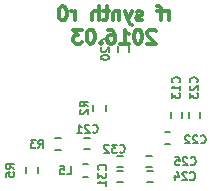
<source format=gbo>
G04 #@! TF.FileFunction,Legend,Bot*
%FSLAX46Y46*%
G04 Gerber Fmt 4.6, Leading zero omitted, Abs format (unit mm)*
G04 Created by KiCad (PCBNEW 4.0.2-stable) date Mon 07 Mar 2016 02:36:46 PM HST*
%MOMM*%
G01*
G04 APERTURE LIST*
%ADD10C,0.100000*%
%ADD11C,0.300000*%
%ADD12C,0.150000*%
G04 APERTURE END LIST*
D10*
D11*
X151457143Y-93302857D02*
X151457143Y-92502857D01*
X151457143Y-92731429D02*
X151400000Y-92617143D01*
X151342857Y-92560000D01*
X151228571Y-92502857D01*
X151114286Y-92502857D01*
X150885714Y-92502857D02*
X150428571Y-92502857D01*
X150714286Y-93302857D02*
X150714286Y-92274286D01*
X150657143Y-92160000D01*
X150542857Y-92102857D01*
X150428571Y-92102857D01*
X149171429Y-93245714D02*
X149057143Y-93302857D01*
X148828571Y-93302857D01*
X148714286Y-93245714D01*
X148657143Y-93131429D01*
X148657143Y-93074286D01*
X148714286Y-92960000D01*
X148828571Y-92902857D01*
X149000000Y-92902857D01*
X149114286Y-92845714D01*
X149171429Y-92731429D01*
X149171429Y-92674286D01*
X149114286Y-92560000D01*
X149000000Y-92502857D01*
X148828571Y-92502857D01*
X148714286Y-92560000D01*
X148257142Y-92502857D02*
X147971428Y-93302857D01*
X147685714Y-92502857D02*
X147971428Y-93302857D01*
X148085714Y-93588571D01*
X148142857Y-93645714D01*
X148257142Y-93702857D01*
X147228571Y-92502857D02*
X147228571Y-93302857D01*
X147228571Y-92617143D02*
X147171428Y-92560000D01*
X147057142Y-92502857D01*
X146885714Y-92502857D01*
X146771428Y-92560000D01*
X146714285Y-92674286D01*
X146714285Y-93302857D01*
X146314285Y-92502857D02*
X145857142Y-92502857D01*
X146142857Y-92102857D02*
X146142857Y-93131429D01*
X146085714Y-93245714D01*
X145971428Y-93302857D01*
X145857142Y-93302857D01*
X145457143Y-93302857D02*
X145457143Y-92102857D01*
X144942857Y-93302857D02*
X144942857Y-92674286D01*
X145000000Y-92560000D01*
X145114286Y-92502857D01*
X145285714Y-92502857D01*
X145400000Y-92560000D01*
X145457143Y-92617143D01*
X143457143Y-93302857D02*
X143457143Y-92502857D01*
X143457143Y-92731429D02*
X143400000Y-92617143D01*
X143342857Y-92560000D01*
X143228571Y-92502857D01*
X143114286Y-92502857D01*
X142485714Y-92102857D02*
X142371429Y-92102857D01*
X142257143Y-92160000D01*
X142200000Y-92217143D01*
X142142857Y-92331429D01*
X142085714Y-92560000D01*
X142085714Y-92845714D01*
X142142857Y-93074286D01*
X142200000Y-93188571D01*
X142257143Y-93245714D01*
X142371429Y-93302857D01*
X142485714Y-93302857D01*
X142600000Y-93245714D01*
X142657143Y-93188571D01*
X142714286Y-93074286D01*
X142771429Y-92845714D01*
X142771429Y-92560000D01*
X142714286Y-92331429D01*
X142657143Y-92217143D01*
X142600000Y-92160000D01*
X142485714Y-92102857D01*
X150285714Y-94197143D02*
X150228571Y-94140000D01*
X150114285Y-94082857D01*
X149828571Y-94082857D01*
X149714285Y-94140000D01*
X149657142Y-94197143D01*
X149599999Y-94311429D01*
X149599999Y-94425714D01*
X149657142Y-94597143D01*
X150342856Y-95282857D01*
X149599999Y-95282857D01*
X148857142Y-94082857D02*
X148742857Y-94082857D01*
X148628571Y-94140000D01*
X148571428Y-94197143D01*
X148514285Y-94311429D01*
X148457142Y-94540000D01*
X148457142Y-94825714D01*
X148514285Y-95054286D01*
X148571428Y-95168571D01*
X148628571Y-95225714D01*
X148742857Y-95282857D01*
X148857142Y-95282857D01*
X148971428Y-95225714D01*
X149028571Y-95168571D01*
X149085714Y-95054286D01*
X149142857Y-94825714D01*
X149142857Y-94540000D01*
X149085714Y-94311429D01*
X149028571Y-94197143D01*
X148971428Y-94140000D01*
X148857142Y-94082857D01*
X147314285Y-95282857D02*
X148000000Y-95282857D01*
X147657142Y-95282857D02*
X147657142Y-94082857D01*
X147771428Y-94254286D01*
X147885714Y-94368571D01*
X148000000Y-94425714D01*
X146285714Y-94082857D02*
X146514285Y-94082857D01*
X146628571Y-94140000D01*
X146685714Y-94197143D01*
X146800000Y-94368571D01*
X146857143Y-94597143D01*
X146857143Y-95054286D01*
X146800000Y-95168571D01*
X146742857Y-95225714D01*
X146628571Y-95282857D01*
X146400000Y-95282857D01*
X146285714Y-95225714D01*
X146228571Y-95168571D01*
X146171428Y-95054286D01*
X146171428Y-94768571D01*
X146228571Y-94654286D01*
X146285714Y-94597143D01*
X146400000Y-94540000D01*
X146628571Y-94540000D01*
X146742857Y-94597143D01*
X146800000Y-94654286D01*
X146857143Y-94768571D01*
X145657143Y-95168571D02*
X145600000Y-95225714D01*
X145657143Y-95282857D01*
X145714286Y-95225714D01*
X145657143Y-95168571D01*
X145657143Y-95282857D01*
X144857142Y-94082857D02*
X144742857Y-94082857D01*
X144628571Y-94140000D01*
X144571428Y-94197143D01*
X144514285Y-94311429D01*
X144457142Y-94540000D01*
X144457142Y-94825714D01*
X144514285Y-95054286D01*
X144571428Y-95168571D01*
X144628571Y-95225714D01*
X144742857Y-95282857D01*
X144857142Y-95282857D01*
X144971428Y-95225714D01*
X145028571Y-95168571D01*
X145085714Y-95054286D01*
X145142857Y-94825714D01*
X145142857Y-94540000D01*
X145085714Y-94311429D01*
X145028571Y-94197143D01*
X144971428Y-94140000D01*
X144857142Y-94082857D01*
X144057142Y-94082857D02*
X143314285Y-94082857D01*
X143714285Y-94540000D01*
X143542857Y-94540000D01*
X143428571Y-94597143D01*
X143371428Y-94654286D01*
X143314285Y-94768571D01*
X143314285Y-95054286D01*
X143371428Y-95168571D01*
X143428571Y-95225714D01*
X143542857Y-95282857D01*
X143885714Y-95282857D01*
X144000000Y-95225714D01*
X144057142Y-95168571D01*
D12*
X144250000Y-103275000D02*
X144750000Y-103275000D01*
X144750000Y-104225000D02*
X144250000Y-104225000D01*
X152525000Y-101050000D02*
X152525000Y-101550000D01*
X151575000Y-101550000D02*
X151575000Y-101050000D01*
X148025000Y-95500000D02*
X148025000Y-96000000D01*
X147075000Y-96000000D02*
X147075000Y-95500000D01*
X151550000Y-103725000D02*
X151050000Y-103725000D01*
X151050000Y-102775000D02*
X151550000Y-102775000D01*
X146075000Y-100450000D02*
X146075000Y-100950000D01*
X145025000Y-100950000D02*
X145025000Y-100450000D01*
X142250000Y-104275000D02*
X141750000Y-104275000D01*
X141750000Y-103225000D02*
X142250000Y-103225000D01*
X154025000Y-101050000D02*
X154025000Y-101550000D01*
X153075000Y-101550000D02*
X153075000Y-101050000D01*
X150100000Y-106975000D02*
X149600000Y-106975000D01*
X149600000Y-106025000D02*
X150100000Y-106025000D01*
X150000000Y-105725000D02*
X149500000Y-105725000D01*
X149500000Y-104775000D02*
X150000000Y-104775000D01*
X147000000Y-106025000D02*
X147500000Y-106025000D01*
X147500000Y-106975000D02*
X147000000Y-106975000D01*
X147000000Y-104775000D02*
X147500000Y-104775000D01*
X147500000Y-105725000D02*
X147000000Y-105725000D01*
X144600000Y-106525000D02*
X144100000Y-106525000D01*
X144100000Y-105475000D02*
X144600000Y-105475000D01*
X139275000Y-106250000D02*
X139275000Y-105750000D01*
X140325000Y-105750000D02*
X140325000Y-106250000D01*
X144950000Y-102750000D02*
X144983334Y-102783333D01*
X145083334Y-102816667D01*
X145150000Y-102816667D01*
X145250000Y-102783333D01*
X145316667Y-102716667D01*
X145350000Y-102650000D01*
X145383334Y-102516667D01*
X145383334Y-102416667D01*
X145350000Y-102283333D01*
X145316667Y-102216667D01*
X145250000Y-102150000D01*
X145150000Y-102116667D01*
X145083334Y-102116667D01*
X144983334Y-102150000D01*
X144950000Y-102183333D01*
X144683334Y-102183333D02*
X144650000Y-102150000D01*
X144583334Y-102116667D01*
X144416667Y-102116667D01*
X144350000Y-102150000D01*
X144316667Y-102183333D01*
X144283334Y-102250000D01*
X144283334Y-102316667D01*
X144316667Y-102416667D01*
X144716667Y-102816667D01*
X144283334Y-102816667D01*
X143616667Y-102816667D02*
X144016667Y-102816667D01*
X143816667Y-102816667D02*
X143816667Y-102116667D01*
X143883333Y-102216667D01*
X143950000Y-102283333D01*
X144016667Y-102316667D01*
X152300000Y-98550000D02*
X152333333Y-98516666D01*
X152366667Y-98416666D01*
X152366667Y-98350000D01*
X152333333Y-98250000D01*
X152266667Y-98183333D01*
X152200000Y-98150000D01*
X152066667Y-98116666D01*
X151966667Y-98116666D01*
X151833333Y-98150000D01*
X151766667Y-98183333D01*
X151700000Y-98250000D01*
X151666667Y-98350000D01*
X151666667Y-98416666D01*
X151700000Y-98516666D01*
X151733333Y-98550000D01*
X152366667Y-99216666D02*
X152366667Y-98816666D01*
X152366667Y-99016666D02*
X151666667Y-99016666D01*
X151766667Y-98950000D01*
X151833333Y-98883333D01*
X151866667Y-98816666D01*
X151666667Y-99450000D02*
X151666667Y-99883333D01*
X151933333Y-99650000D01*
X151933333Y-99750000D01*
X151966667Y-99816667D01*
X152000000Y-99850000D01*
X152066667Y-99883333D01*
X152233333Y-99883333D01*
X152300000Y-99850000D01*
X152333333Y-99816667D01*
X152366667Y-99750000D01*
X152366667Y-99550000D01*
X152333333Y-99483333D01*
X152300000Y-99450000D01*
X146300000Y-95300000D02*
X146333333Y-95266666D01*
X146366667Y-95166666D01*
X146366667Y-95100000D01*
X146333333Y-95000000D01*
X146266667Y-94933333D01*
X146200000Y-94900000D01*
X146066667Y-94866666D01*
X145966667Y-94866666D01*
X145833333Y-94900000D01*
X145766667Y-94933333D01*
X145700000Y-95000000D01*
X145666667Y-95100000D01*
X145666667Y-95166666D01*
X145700000Y-95266666D01*
X145733333Y-95300000D01*
X145733333Y-95566666D02*
X145700000Y-95600000D01*
X145666667Y-95666666D01*
X145666667Y-95833333D01*
X145700000Y-95900000D01*
X145733333Y-95933333D01*
X145800000Y-95966666D01*
X145866667Y-95966666D01*
X145966667Y-95933333D01*
X146366667Y-95533333D01*
X146366667Y-95966666D01*
X145666667Y-96400000D02*
X145666667Y-96466667D01*
X145700000Y-96533333D01*
X145733333Y-96566667D01*
X145800000Y-96600000D01*
X145933333Y-96633333D01*
X146100000Y-96633333D01*
X146233333Y-96600000D01*
X146300000Y-96566667D01*
X146333333Y-96533333D01*
X146366667Y-96466667D01*
X146366667Y-96400000D01*
X146333333Y-96333333D01*
X146300000Y-96300000D01*
X146233333Y-96266667D01*
X146100000Y-96233333D01*
X145933333Y-96233333D01*
X145800000Y-96266667D01*
X145733333Y-96300000D01*
X145700000Y-96333333D01*
X145666667Y-96400000D01*
X154100000Y-103650000D02*
X154133334Y-103683333D01*
X154233334Y-103716667D01*
X154300000Y-103716667D01*
X154400000Y-103683333D01*
X154466667Y-103616667D01*
X154500000Y-103550000D01*
X154533334Y-103416667D01*
X154533334Y-103316667D01*
X154500000Y-103183333D01*
X154466667Y-103116667D01*
X154400000Y-103050000D01*
X154300000Y-103016667D01*
X154233334Y-103016667D01*
X154133334Y-103050000D01*
X154100000Y-103083333D01*
X153833334Y-103083333D02*
X153800000Y-103050000D01*
X153733334Y-103016667D01*
X153566667Y-103016667D01*
X153500000Y-103050000D01*
X153466667Y-103083333D01*
X153433334Y-103150000D01*
X153433334Y-103216667D01*
X153466667Y-103316667D01*
X153866667Y-103716667D01*
X153433334Y-103716667D01*
X153166667Y-103083333D02*
X153133333Y-103050000D01*
X153066667Y-103016667D01*
X152900000Y-103016667D01*
X152833333Y-103050000D01*
X152800000Y-103083333D01*
X152766667Y-103150000D01*
X152766667Y-103216667D01*
X152800000Y-103316667D01*
X153200000Y-103716667D01*
X152766667Y-103716667D01*
X144566667Y-100583334D02*
X144233333Y-100350000D01*
X144566667Y-100183334D02*
X143866667Y-100183334D01*
X143866667Y-100450000D01*
X143900000Y-100516667D01*
X143933333Y-100550000D01*
X144000000Y-100583334D01*
X144100000Y-100583334D01*
X144166667Y-100550000D01*
X144200000Y-100516667D01*
X144233333Y-100450000D01*
X144233333Y-100183334D01*
X143933333Y-100850000D02*
X143900000Y-100883334D01*
X143866667Y-100950000D01*
X143866667Y-101116667D01*
X143900000Y-101183334D01*
X143933333Y-101216667D01*
X144000000Y-101250000D01*
X144066667Y-101250000D01*
X144166667Y-101216667D01*
X144566667Y-100816667D01*
X144566667Y-101250000D01*
X140366666Y-104116667D02*
X140600000Y-103783333D01*
X140766666Y-104116667D02*
X140766666Y-103416667D01*
X140500000Y-103416667D01*
X140433333Y-103450000D01*
X140400000Y-103483333D01*
X140366666Y-103550000D01*
X140366666Y-103650000D01*
X140400000Y-103716667D01*
X140433333Y-103750000D01*
X140500000Y-103783333D01*
X140766666Y-103783333D01*
X140133333Y-103416667D02*
X139700000Y-103416667D01*
X139933333Y-103683333D01*
X139833333Y-103683333D01*
X139766666Y-103716667D01*
X139733333Y-103750000D01*
X139700000Y-103816667D01*
X139700000Y-103983333D01*
X139733333Y-104050000D01*
X139766666Y-104083333D01*
X139833333Y-104116667D01*
X140033333Y-104116667D01*
X140100000Y-104083333D01*
X140133333Y-104050000D01*
X153800000Y-98550000D02*
X153833333Y-98516666D01*
X153866667Y-98416666D01*
X153866667Y-98350000D01*
X153833333Y-98250000D01*
X153766667Y-98183333D01*
X153700000Y-98150000D01*
X153566667Y-98116666D01*
X153466667Y-98116666D01*
X153333333Y-98150000D01*
X153266667Y-98183333D01*
X153200000Y-98250000D01*
X153166667Y-98350000D01*
X153166667Y-98416666D01*
X153200000Y-98516666D01*
X153233333Y-98550000D01*
X153233333Y-98816666D02*
X153200000Y-98850000D01*
X153166667Y-98916666D01*
X153166667Y-99083333D01*
X153200000Y-99150000D01*
X153233333Y-99183333D01*
X153300000Y-99216666D01*
X153366667Y-99216666D01*
X153466667Y-99183333D01*
X153866667Y-98783333D01*
X153866667Y-99216666D01*
X153166667Y-99450000D02*
X153166667Y-99883333D01*
X153433333Y-99650000D01*
X153433333Y-99750000D01*
X153466667Y-99816667D01*
X153500000Y-99850000D01*
X153566667Y-99883333D01*
X153733333Y-99883333D01*
X153800000Y-99850000D01*
X153833333Y-99816667D01*
X153866667Y-99750000D01*
X153866667Y-99550000D01*
X153833333Y-99483333D01*
X153800000Y-99450000D01*
X153200000Y-106750000D02*
X153233334Y-106783333D01*
X153333334Y-106816667D01*
X153400000Y-106816667D01*
X153500000Y-106783333D01*
X153566667Y-106716667D01*
X153600000Y-106650000D01*
X153633334Y-106516667D01*
X153633334Y-106416667D01*
X153600000Y-106283333D01*
X153566667Y-106216667D01*
X153500000Y-106150000D01*
X153400000Y-106116667D01*
X153333334Y-106116667D01*
X153233334Y-106150000D01*
X153200000Y-106183333D01*
X152933334Y-106183333D02*
X152900000Y-106150000D01*
X152833334Y-106116667D01*
X152666667Y-106116667D01*
X152600000Y-106150000D01*
X152566667Y-106183333D01*
X152533334Y-106250000D01*
X152533334Y-106316667D01*
X152566667Y-106416667D01*
X152966667Y-106816667D01*
X152533334Y-106816667D01*
X151933333Y-106350000D02*
X151933333Y-106816667D01*
X152100000Y-106083333D02*
X152266667Y-106583333D01*
X151833333Y-106583333D01*
X153250000Y-105500000D02*
X153283334Y-105533333D01*
X153383334Y-105566667D01*
X153450000Y-105566667D01*
X153550000Y-105533333D01*
X153616667Y-105466667D01*
X153650000Y-105400000D01*
X153683334Y-105266667D01*
X153683334Y-105166667D01*
X153650000Y-105033333D01*
X153616667Y-104966667D01*
X153550000Y-104900000D01*
X153450000Y-104866667D01*
X153383334Y-104866667D01*
X153283334Y-104900000D01*
X153250000Y-104933333D01*
X152983334Y-104933333D02*
X152950000Y-104900000D01*
X152883334Y-104866667D01*
X152716667Y-104866667D01*
X152650000Y-104900000D01*
X152616667Y-104933333D01*
X152583334Y-105000000D01*
X152583334Y-105066667D01*
X152616667Y-105166667D01*
X153016667Y-105566667D01*
X152583334Y-105566667D01*
X151950000Y-104866667D02*
X152283333Y-104866667D01*
X152316667Y-105200000D01*
X152283333Y-105166667D01*
X152216667Y-105133333D01*
X152050000Y-105133333D01*
X151983333Y-105166667D01*
X151950000Y-105200000D01*
X151916667Y-105266667D01*
X151916667Y-105433333D01*
X151950000Y-105500000D01*
X151983333Y-105533333D01*
X152050000Y-105566667D01*
X152216667Y-105566667D01*
X152283333Y-105533333D01*
X152316667Y-105500000D01*
X146050000Y-105950000D02*
X146083333Y-105916666D01*
X146116667Y-105816666D01*
X146116667Y-105750000D01*
X146083333Y-105650000D01*
X146016667Y-105583333D01*
X145950000Y-105550000D01*
X145816667Y-105516666D01*
X145716667Y-105516666D01*
X145583333Y-105550000D01*
X145516667Y-105583333D01*
X145450000Y-105650000D01*
X145416667Y-105750000D01*
X145416667Y-105816666D01*
X145450000Y-105916666D01*
X145483333Y-105950000D01*
X145416667Y-106183333D02*
X145416667Y-106616666D01*
X145683333Y-106383333D01*
X145683333Y-106483333D01*
X145716667Y-106550000D01*
X145750000Y-106583333D01*
X145816667Y-106616666D01*
X145983333Y-106616666D01*
X146050000Y-106583333D01*
X146083333Y-106550000D01*
X146116667Y-106483333D01*
X146116667Y-106283333D01*
X146083333Y-106216666D01*
X146050000Y-106183333D01*
X146116667Y-107283333D02*
X146116667Y-106883333D01*
X146116667Y-107083333D02*
X145416667Y-107083333D01*
X145516667Y-107016667D01*
X145583333Y-106950000D01*
X145616667Y-106883333D01*
X147250000Y-104450000D02*
X147283334Y-104483333D01*
X147383334Y-104516667D01*
X147450000Y-104516667D01*
X147550000Y-104483333D01*
X147616667Y-104416667D01*
X147650000Y-104350000D01*
X147683334Y-104216667D01*
X147683334Y-104116667D01*
X147650000Y-103983333D01*
X147616667Y-103916667D01*
X147550000Y-103850000D01*
X147450000Y-103816667D01*
X147383334Y-103816667D01*
X147283334Y-103850000D01*
X147250000Y-103883333D01*
X147016667Y-103816667D02*
X146583334Y-103816667D01*
X146816667Y-104083333D01*
X146716667Y-104083333D01*
X146650000Y-104116667D01*
X146616667Y-104150000D01*
X146583334Y-104216667D01*
X146583334Y-104383333D01*
X146616667Y-104450000D01*
X146650000Y-104483333D01*
X146716667Y-104516667D01*
X146916667Y-104516667D01*
X146983334Y-104483333D01*
X147016667Y-104450000D01*
X146316667Y-103883333D02*
X146283333Y-103850000D01*
X146216667Y-103816667D01*
X146050000Y-103816667D01*
X145983333Y-103850000D01*
X145950000Y-103883333D01*
X145916667Y-103950000D01*
X145916667Y-104016667D01*
X145950000Y-104116667D01*
X146350000Y-104516667D01*
X145916667Y-104516667D01*
X142766667Y-106316667D02*
X143100000Y-106316667D01*
X143100000Y-105616667D01*
X142200000Y-105616667D02*
X142533333Y-105616667D01*
X142566667Y-105950000D01*
X142533333Y-105916667D01*
X142466667Y-105883333D01*
X142300000Y-105883333D01*
X142233333Y-105916667D01*
X142200000Y-105950000D01*
X142166667Y-106016667D01*
X142166667Y-106183333D01*
X142200000Y-106250000D01*
X142233333Y-106283333D01*
X142300000Y-106316667D01*
X142466667Y-106316667D01*
X142533333Y-106283333D01*
X142566667Y-106250000D01*
X138316667Y-105883334D02*
X137983333Y-105650000D01*
X138316667Y-105483334D02*
X137616667Y-105483334D01*
X137616667Y-105750000D01*
X137650000Y-105816667D01*
X137683333Y-105850000D01*
X137750000Y-105883334D01*
X137850000Y-105883334D01*
X137916667Y-105850000D01*
X137950000Y-105816667D01*
X137983333Y-105750000D01*
X137983333Y-105483334D01*
X137616667Y-106516667D02*
X137616667Y-106183334D01*
X137950000Y-106150000D01*
X137916667Y-106183334D01*
X137883333Y-106250000D01*
X137883333Y-106416667D01*
X137916667Y-106483334D01*
X137950000Y-106516667D01*
X138016667Y-106550000D01*
X138183333Y-106550000D01*
X138250000Y-106516667D01*
X138283333Y-106483334D01*
X138316667Y-106416667D01*
X138316667Y-106250000D01*
X138283333Y-106183334D01*
X138250000Y-106150000D01*
M02*

</source>
